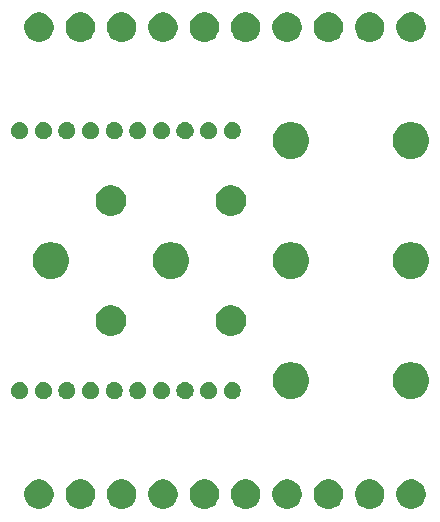
<source format=gbr>
G04 #@! TF.GenerationSoftware,KiCad,Pcbnew,5.1.5-52549c5~86~ubuntu18.04.1*
G04 #@! TF.CreationDate,2020-09-07T14:49:02-05:00*
G04 #@! TF.ProjectId,C01,4330312e-6b69-4636-9164-5f7063625858,rev?*
G04 #@! TF.SameCoordinates,Original*
G04 #@! TF.FileFunction,Soldermask,Top*
G04 #@! TF.FilePolarity,Negative*
%FSLAX46Y46*%
G04 Gerber Fmt 4.6, Leading zero omitted, Abs format (unit mm)*
G04 Created by KiCad (PCBNEW 5.1.5-52549c5~86~ubuntu18.04.1) date 2020-09-07 14:49:02*
%MOMM*%
%LPD*%
G04 APERTURE LIST*
%ADD10C,0.100000*%
G04 APERTURE END LIST*
D10*
G36*
X54670103Y-62698475D02*
G01*
X54897771Y-62792778D01*
X55102666Y-62929685D01*
X55276915Y-63103934D01*
X55413822Y-63308829D01*
X55508125Y-63536497D01*
X55556200Y-63778187D01*
X55556200Y-64024613D01*
X55508125Y-64266303D01*
X55413822Y-64493971D01*
X55276915Y-64698866D01*
X55102666Y-64873115D01*
X54897771Y-65010022D01*
X54897770Y-65010023D01*
X54897769Y-65010023D01*
X54670103Y-65104325D01*
X54428414Y-65152400D01*
X54181986Y-65152400D01*
X53940297Y-65104325D01*
X53712631Y-65010023D01*
X53712630Y-65010023D01*
X53712629Y-65010022D01*
X53507734Y-64873115D01*
X53333485Y-64698866D01*
X53196578Y-64493971D01*
X53102275Y-64266303D01*
X53054200Y-64024613D01*
X53054200Y-63778187D01*
X53102275Y-63536497D01*
X53196578Y-63308829D01*
X53333485Y-63103934D01*
X53507734Y-62929685D01*
X53712629Y-62792778D01*
X53940297Y-62698475D01*
X54181986Y-62650400D01*
X54428414Y-62650400D01*
X54670103Y-62698475D01*
G37*
G36*
X40670103Y-62698475D02*
G01*
X40897771Y-62792778D01*
X41102666Y-62929685D01*
X41276915Y-63103934D01*
X41413822Y-63308829D01*
X41508125Y-63536497D01*
X41556200Y-63778187D01*
X41556200Y-64024613D01*
X41508125Y-64266303D01*
X41413822Y-64493971D01*
X41276915Y-64698866D01*
X41102666Y-64873115D01*
X40897771Y-65010022D01*
X40897770Y-65010023D01*
X40897769Y-65010023D01*
X40670103Y-65104325D01*
X40428414Y-65152400D01*
X40181986Y-65152400D01*
X39940297Y-65104325D01*
X39712631Y-65010023D01*
X39712630Y-65010023D01*
X39712629Y-65010022D01*
X39507734Y-64873115D01*
X39333485Y-64698866D01*
X39196578Y-64493971D01*
X39102275Y-64266303D01*
X39054200Y-64024613D01*
X39054200Y-63778187D01*
X39102275Y-63536497D01*
X39196578Y-63308829D01*
X39333485Y-63103934D01*
X39507734Y-62929685D01*
X39712629Y-62792778D01*
X39940297Y-62698475D01*
X40181986Y-62650400D01*
X40428414Y-62650400D01*
X40670103Y-62698475D01*
G37*
G36*
X23170103Y-62698475D02*
G01*
X23397771Y-62792778D01*
X23602666Y-62929685D01*
X23776915Y-63103934D01*
X23913822Y-63308829D01*
X24008125Y-63536497D01*
X24056200Y-63778187D01*
X24056200Y-64024613D01*
X24008125Y-64266303D01*
X23913822Y-64493971D01*
X23776915Y-64698866D01*
X23602666Y-64873115D01*
X23397771Y-65010022D01*
X23397770Y-65010023D01*
X23397769Y-65010023D01*
X23170103Y-65104325D01*
X22928414Y-65152400D01*
X22681986Y-65152400D01*
X22440297Y-65104325D01*
X22212631Y-65010023D01*
X22212630Y-65010023D01*
X22212629Y-65010022D01*
X22007734Y-64873115D01*
X21833485Y-64698866D01*
X21696578Y-64493971D01*
X21602275Y-64266303D01*
X21554200Y-64024613D01*
X21554200Y-63778187D01*
X21602275Y-63536497D01*
X21696578Y-63308829D01*
X21833485Y-63103934D01*
X22007734Y-62929685D01*
X22212629Y-62792778D01*
X22440297Y-62698475D01*
X22681986Y-62650400D01*
X22928414Y-62650400D01*
X23170103Y-62698475D01*
G37*
G36*
X26670103Y-62698475D02*
G01*
X26897771Y-62792778D01*
X27102666Y-62929685D01*
X27276915Y-63103934D01*
X27413822Y-63308829D01*
X27508125Y-63536497D01*
X27556200Y-63778187D01*
X27556200Y-64024613D01*
X27508125Y-64266303D01*
X27413822Y-64493971D01*
X27276915Y-64698866D01*
X27102666Y-64873115D01*
X26897771Y-65010022D01*
X26897770Y-65010023D01*
X26897769Y-65010023D01*
X26670103Y-65104325D01*
X26428414Y-65152400D01*
X26181986Y-65152400D01*
X25940297Y-65104325D01*
X25712631Y-65010023D01*
X25712630Y-65010023D01*
X25712629Y-65010022D01*
X25507734Y-64873115D01*
X25333485Y-64698866D01*
X25196578Y-64493971D01*
X25102275Y-64266303D01*
X25054200Y-64024613D01*
X25054200Y-63778187D01*
X25102275Y-63536497D01*
X25196578Y-63308829D01*
X25333485Y-63103934D01*
X25507734Y-62929685D01*
X25712629Y-62792778D01*
X25940297Y-62698475D01*
X26181986Y-62650400D01*
X26428414Y-62650400D01*
X26670103Y-62698475D01*
G37*
G36*
X30170103Y-62698475D02*
G01*
X30397771Y-62792778D01*
X30602666Y-62929685D01*
X30776915Y-63103934D01*
X30913822Y-63308829D01*
X31008125Y-63536497D01*
X31056200Y-63778187D01*
X31056200Y-64024613D01*
X31008125Y-64266303D01*
X30913822Y-64493971D01*
X30776915Y-64698866D01*
X30602666Y-64873115D01*
X30397771Y-65010022D01*
X30397770Y-65010023D01*
X30397769Y-65010023D01*
X30170103Y-65104325D01*
X29928414Y-65152400D01*
X29681986Y-65152400D01*
X29440297Y-65104325D01*
X29212631Y-65010023D01*
X29212630Y-65010023D01*
X29212629Y-65010022D01*
X29007734Y-64873115D01*
X28833485Y-64698866D01*
X28696578Y-64493971D01*
X28602275Y-64266303D01*
X28554200Y-64024613D01*
X28554200Y-63778187D01*
X28602275Y-63536497D01*
X28696578Y-63308829D01*
X28833485Y-63103934D01*
X29007734Y-62929685D01*
X29212629Y-62792778D01*
X29440297Y-62698475D01*
X29681986Y-62650400D01*
X29928414Y-62650400D01*
X30170103Y-62698475D01*
G37*
G36*
X33670103Y-62698475D02*
G01*
X33897771Y-62792778D01*
X34102666Y-62929685D01*
X34276915Y-63103934D01*
X34413822Y-63308829D01*
X34508125Y-63536497D01*
X34556200Y-63778187D01*
X34556200Y-64024613D01*
X34508125Y-64266303D01*
X34413822Y-64493971D01*
X34276915Y-64698866D01*
X34102666Y-64873115D01*
X33897771Y-65010022D01*
X33897770Y-65010023D01*
X33897769Y-65010023D01*
X33670103Y-65104325D01*
X33428414Y-65152400D01*
X33181986Y-65152400D01*
X32940297Y-65104325D01*
X32712631Y-65010023D01*
X32712630Y-65010023D01*
X32712629Y-65010022D01*
X32507734Y-64873115D01*
X32333485Y-64698866D01*
X32196578Y-64493971D01*
X32102275Y-64266303D01*
X32054200Y-64024613D01*
X32054200Y-63778187D01*
X32102275Y-63536497D01*
X32196578Y-63308829D01*
X32333485Y-63103934D01*
X32507734Y-62929685D01*
X32712629Y-62792778D01*
X32940297Y-62698475D01*
X33181986Y-62650400D01*
X33428414Y-62650400D01*
X33670103Y-62698475D01*
G37*
G36*
X44170103Y-62698475D02*
G01*
X44397771Y-62792778D01*
X44602666Y-62929685D01*
X44776915Y-63103934D01*
X44913822Y-63308829D01*
X45008125Y-63536497D01*
X45056200Y-63778187D01*
X45056200Y-64024613D01*
X45008125Y-64266303D01*
X44913822Y-64493971D01*
X44776915Y-64698866D01*
X44602666Y-64873115D01*
X44397771Y-65010022D01*
X44397770Y-65010023D01*
X44397769Y-65010023D01*
X44170103Y-65104325D01*
X43928414Y-65152400D01*
X43681986Y-65152400D01*
X43440297Y-65104325D01*
X43212631Y-65010023D01*
X43212630Y-65010023D01*
X43212629Y-65010022D01*
X43007734Y-64873115D01*
X42833485Y-64698866D01*
X42696578Y-64493971D01*
X42602275Y-64266303D01*
X42554200Y-64024613D01*
X42554200Y-63778187D01*
X42602275Y-63536497D01*
X42696578Y-63308829D01*
X42833485Y-63103934D01*
X43007734Y-62929685D01*
X43212629Y-62792778D01*
X43440297Y-62698475D01*
X43681986Y-62650400D01*
X43928414Y-62650400D01*
X44170103Y-62698475D01*
G37*
G36*
X47670103Y-62698475D02*
G01*
X47897771Y-62792778D01*
X48102666Y-62929685D01*
X48276915Y-63103934D01*
X48413822Y-63308829D01*
X48508125Y-63536497D01*
X48556200Y-63778187D01*
X48556200Y-64024613D01*
X48508125Y-64266303D01*
X48413822Y-64493971D01*
X48276915Y-64698866D01*
X48102666Y-64873115D01*
X47897771Y-65010022D01*
X47897770Y-65010023D01*
X47897769Y-65010023D01*
X47670103Y-65104325D01*
X47428414Y-65152400D01*
X47181986Y-65152400D01*
X46940297Y-65104325D01*
X46712631Y-65010023D01*
X46712630Y-65010023D01*
X46712629Y-65010022D01*
X46507734Y-64873115D01*
X46333485Y-64698866D01*
X46196578Y-64493971D01*
X46102275Y-64266303D01*
X46054200Y-64024613D01*
X46054200Y-63778187D01*
X46102275Y-63536497D01*
X46196578Y-63308829D01*
X46333485Y-63103934D01*
X46507734Y-62929685D01*
X46712629Y-62792778D01*
X46940297Y-62698475D01*
X47181986Y-62650400D01*
X47428414Y-62650400D01*
X47670103Y-62698475D01*
G37*
G36*
X51170103Y-62698475D02*
G01*
X51397771Y-62792778D01*
X51602666Y-62929685D01*
X51776915Y-63103934D01*
X51913822Y-63308829D01*
X52008125Y-63536497D01*
X52056200Y-63778187D01*
X52056200Y-64024613D01*
X52008125Y-64266303D01*
X51913822Y-64493971D01*
X51776915Y-64698866D01*
X51602666Y-64873115D01*
X51397771Y-65010022D01*
X51397770Y-65010023D01*
X51397769Y-65010023D01*
X51170103Y-65104325D01*
X50928414Y-65152400D01*
X50681986Y-65152400D01*
X50440297Y-65104325D01*
X50212631Y-65010023D01*
X50212630Y-65010023D01*
X50212629Y-65010022D01*
X50007734Y-64873115D01*
X49833485Y-64698866D01*
X49696578Y-64493971D01*
X49602275Y-64266303D01*
X49554200Y-64024613D01*
X49554200Y-63778187D01*
X49602275Y-63536497D01*
X49696578Y-63308829D01*
X49833485Y-63103934D01*
X50007734Y-62929685D01*
X50212629Y-62792778D01*
X50440297Y-62698475D01*
X50681986Y-62650400D01*
X50928414Y-62650400D01*
X51170103Y-62698475D01*
G37*
G36*
X37170103Y-62698475D02*
G01*
X37397771Y-62792778D01*
X37602666Y-62929685D01*
X37776915Y-63103934D01*
X37913822Y-63308829D01*
X38008125Y-63536497D01*
X38056200Y-63778187D01*
X38056200Y-64024613D01*
X38008125Y-64266303D01*
X37913822Y-64493971D01*
X37776915Y-64698866D01*
X37602666Y-64873115D01*
X37397771Y-65010022D01*
X37397770Y-65010023D01*
X37397769Y-65010023D01*
X37170103Y-65104325D01*
X36928414Y-65152400D01*
X36681986Y-65152400D01*
X36440297Y-65104325D01*
X36212631Y-65010023D01*
X36212630Y-65010023D01*
X36212629Y-65010022D01*
X36007734Y-64873115D01*
X35833485Y-64698866D01*
X35696578Y-64493971D01*
X35602275Y-64266303D01*
X35554200Y-64024613D01*
X35554200Y-63778187D01*
X35602275Y-63536497D01*
X35696578Y-63308829D01*
X35833485Y-63103934D01*
X36007734Y-62929685D01*
X36212629Y-62792778D01*
X36440297Y-62698475D01*
X36681986Y-62650400D01*
X36928414Y-62650400D01*
X37170103Y-62698475D01*
G37*
G36*
X31378566Y-54431899D02*
G01*
X31510688Y-54486626D01*
X31510690Y-54486627D01*
X31629598Y-54566079D01*
X31730721Y-54667202D01*
X31810173Y-54786110D01*
X31810174Y-54786112D01*
X31864901Y-54918234D01*
X31892800Y-55058494D01*
X31892800Y-55201506D01*
X31864901Y-55341766D01*
X31810174Y-55473888D01*
X31810173Y-55473890D01*
X31730721Y-55592798D01*
X31629598Y-55693921D01*
X31510690Y-55773373D01*
X31510689Y-55773374D01*
X31510688Y-55773374D01*
X31378566Y-55828101D01*
X31238306Y-55856000D01*
X31095294Y-55856000D01*
X30955034Y-55828101D01*
X30822912Y-55773374D01*
X30822911Y-55773374D01*
X30822910Y-55773373D01*
X30704002Y-55693921D01*
X30602879Y-55592798D01*
X30523427Y-55473890D01*
X30523426Y-55473888D01*
X30468699Y-55341766D01*
X30440800Y-55201506D01*
X30440800Y-55058494D01*
X30468699Y-54918234D01*
X30523426Y-54786112D01*
X30523427Y-54786110D01*
X30602879Y-54667202D01*
X30704002Y-54566079D01*
X30822910Y-54486627D01*
X30822912Y-54486626D01*
X30955034Y-54431899D01*
X31095294Y-54404000D01*
X31238306Y-54404000D01*
X31378566Y-54431899D01*
G37*
G36*
X37378566Y-54431899D02*
G01*
X37510688Y-54486626D01*
X37510690Y-54486627D01*
X37629598Y-54566079D01*
X37730721Y-54667202D01*
X37810173Y-54786110D01*
X37810174Y-54786112D01*
X37864901Y-54918234D01*
X37892800Y-55058494D01*
X37892800Y-55201506D01*
X37864901Y-55341766D01*
X37810174Y-55473888D01*
X37810173Y-55473890D01*
X37730721Y-55592798D01*
X37629598Y-55693921D01*
X37510690Y-55773373D01*
X37510689Y-55773374D01*
X37510688Y-55773374D01*
X37378566Y-55828101D01*
X37238306Y-55856000D01*
X37095294Y-55856000D01*
X36955034Y-55828101D01*
X36822912Y-55773374D01*
X36822911Y-55773374D01*
X36822910Y-55773373D01*
X36704002Y-55693921D01*
X36602879Y-55592798D01*
X36523427Y-55473890D01*
X36523426Y-55473888D01*
X36468699Y-55341766D01*
X36440800Y-55201506D01*
X36440800Y-55058494D01*
X36468699Y-54918234D01*
X36523426Y-54786112D01*
X36523427Y-54786110D01*
X36602879Y-54667202D01*
X36704002Y-54566079D01*
X36822910Y-54486627D01*
X36822912Y-54486626D01*
X36955034Y-54431899D01*
X37095294Y-54404000D01*
X37238306Y-54404000D01*
X37378566Y-54431899D01*
G37*
G36*
X35378566Y-54431899D02*
G01*
X35510688Y-54486626D01*
X35510690Y-54486627D01*
X35629598Y-54566079D01*
X35730721Y-54667202D01*
X35810173Y-54786110D01*
X35810174Y-54786112D01*
X35864901Y-54918234D01*
X35892800Y-55058494D01*
X35892800Y-55201506D01*
X35864901Y-55341766D01*
X35810174Y-55473888D01*
X35810173Y-55473890D01*
X35730721Y-55592798D01*
X35629598Y-55693921D01*
X35510690Y-55773373D01*
X35510689Y-55773374D01*
X35510688Y-55773374D01*
X35378566Y-55828101D01*
X35238306Y-55856000D01*
X35095294Y-55856000D01*
X34955034Y-55828101D01*
X34822912Y-55773374D01*
X34822911Y-55773374D01*
X34822910Y-55773373D01*
X34704002Y-55693921D01*
X34602879Y-55592798D01*
X34523427Y-55473890D01*
X34523426Y-55473888D01*
X34468699Y-55341766D01*
X34440800Y-55201506D01*
X34440800Y-55058494D01*
X34468699Y-54918234D01*
X34523426Y-54786112D01*
X34523427Y-54786110D01*
X34602879Y-54667202D01*
X34704002Y-54566079D01*
X34822910Y-54486627D01*
X34822912Y-54486626D01*
X34955034Y-54431899D01*
X35095294Y-54404000D01*
X35238306Y-54404000D01*
X35378566Y-54431899D01*
G37*
G36*
X33378566Y-54431899D02*
G01*
X33510688Y-54486626D01*
X33510690Y-54486627D01*
X33629598Y-54566079D01*
X33730721Y-54667202D01*
X33810173Y-54786110D01*
X33810174Y-54786112D01*
X33864901Y-54918234D01*
X33892800Y-55058494D01*
X33892800Y-55201506D01*
X33864901Y-55341766D01*
X33810174Y-55473888D01*
X33810173Y-55473890D01*
X33730721Y-55592798D01*
X33629598Y-55693921D01*
X33510690Y-55773373D01*
X33510689Y-55773374D01*
X33510688Y-55773374D01*
X33378566Y-55828101D01*
X33238306Y-55856000D01*
X33095294Y-55856000D01*
X32955034Y-55828101D01*
X32822912Y-55773374D01*
X32822911Y-55773374D01*
X32822910Y-55773373D01*
X32704002Y-55693921D01*
X32602879Y-55592798D01*
X32523427Y-55473890D01*
X32523426Y-55473888D01*
X32468699Y-55341766D01*
X32440800Y-55201506D01*
X32440800Y-55058494D01*
X32468699Y-54918234D01*
X32523426Y-54786112D01*
X32523427Y-54786110D01*
X32602879Y-54667202D01*
X32704002Y-54566079D01*
X32822910Y-54486627D01*
X32822912Y-54486626D01*
X32955034Y-54431899D01*
X33095294Y-54404000D01*
X33238306Y-54404000D01*
X33378566Y-54431899D01*
G37*
G36*
X29378566Y-54431899D02*
G01*
X29510688Y-54486626D01*
X29510690Y-54486627D01*
X29629598Y-54566079D01*
X29730721Y-54667202D01*
X29810173Y-54786110D01*
X29810174Y-54786112D01*
X29864901Y-54918234D01*
X29892800Y-55058494D01*
X29892800Y-55201506D01*
X29864901Y-55341766D01*
X29810174Y-55473888D01*
X29810173Y-55473890D01*
X29730721Y-55592798D01*
X29629598Y-55693921D01*
X29510690Y-55773373D01*
X29510689Y-55773374D01*
X29510688Y-55773374D01*
X29378566Y-55828101D01*
X29238306Y-55856000D01*
X29095294Y-55856000D01*
X28955034Y-55828101D01*
X28822912Y-55773374D01*
X28822911Y-55773374D01*
X28822910Y-55773373D01*
X28704002Y-55693921D01*
X28602879Y-55592798D01*
X28523427Y-55473890D01*
X28523426Y-55473888D01*
X28468699Y-55341766D01*
X28440800Y-55201506D01*
X28440800Y-55058494D01*
X28468699Y-54918234D01*
X28523426Y-54786112D01*
X28523427Y-54786110D01*
X28602879Y-54667202D01*
X28704002Y-54566079D01*
X28822910Y-54486627D01*
X28822912Y-54486626D01*
X28955034Y-54431899D01*
X29095294Y-54404000D01*
X29238306Y-54404000D01*
X29378566Y-54431899D01*
G37*
G36*
X27378566Y-54431899D02*
G01*
X27510688Y-54486626D01*
X27510690Y-54486627D01*
X27629598Y-54566079D01*
X27730721Y-54667202D01*
X27810173Y-54786110D01*
X27810174Y-54786112D01*
X27864901Y-54918234D01*
X27892800Y-55058494D01*
X27892800Y-55201506D01*
X27864901Y-55341766D01*
X27810174Y-55473888D01*
X27810173Y-55473890D01*
X27730721Y-55592798D01*
X27629598Y-55693921D01*
X27510690Y-55773373D01*
X27510689Y-55773374D01*
X27510688Y-55773374D01*
X27378566Y-55828101D01*
X27238306Y-55856000D01*
X27095294Y-55856000D01*
X26955034Y-55828101D01*
X26822912Y-55773374D01*
X26822911Y-55773374D01*
X26822910Y-55773373D01*
X26704002Y-55693921D01*
X26602879Y-55592798D01*
X26523427Y-55473890D01*
X26523426Y-55473888D01*
X26468699Y-55341766D01*
X26440800Y-55201506D01*
X26440800Y-55058494D01*
X26468699Y-54918234D01*
X26523426Y-54786112D01*
X26523427Y-54786110D01*
X26602879Y-54667202D01*
X26704002Y-54566079D01*
X26822910Y-54486627D01*
X26822912Y-54486626D01*
X26955034Y-54431899D01*
X27095294Y-54404000D01*
X27238306Y-54404000D01*
X27378566Y-54431899D01*
G37*
G36*
X25378566Y-54431899D02*
G01*
X25510688Y-54486626D01*
X25510690Y-54486627D01*
X25629598Y-54566079D01*
X25730721Y-54667202D01*
X25810173Y-54786110D01*
X25810174Y-54786112D01*
X25864901Y-54918234D01*
X25892800Y-55058494D01*
X25892800Y-55201506D01*
X25864901Y-55341766D01*
X25810174Y-55473888D01*
X25810173Y-55473890D01*
X25730721Y-55592798D01*
X25629598Y-55693921D01*
X25510690Y-55773373D01*
X25510689Y-55773374D01*
X25510688Y-55773374D01*
X25378566Y-55828101D01*
X25238306Y-55856000D01*
X25095294Y-55856000D01*
X24955034Y-55828101D01*
X24822912Y-55773374D01*
X24822911Y-55773374D01*
X24822910Y-55773373D01*
X24704002Y-55693921D01*
X24602879Y-55592798D01*
X24523427Y-55473890D01*
X24523426Y-55473888D01*
X24468699Y-55341766D01*
X24440800Y-55201506D01*
X24440800Y-55058494D01*
X24468699Y-54918234D01*
X24523426Y-54786112D01*
X24523427Y-54786110D01*
X24602879Y-54667202D01*
X24704002Y-54566079D01*
X24822910Y-54486627D01*
X24822912Y-54486626D01*
X24955034Y-54431899D01*
X25095294Y-54404000D01*
X25238306Y-54404000D01*
X25378566Y-54431899D01*
G37*
G36*
X23378566Y-54431899D02*
G01*
X23510688Y-54486626D01*
X23510690Y-54486627D01*
X23629598Y-54566079D01*
X23730721Y-54667202D01*
X23810173Y-54786110D01*
X23810174Y-54786112D01*
X23864901Y-54918234D01*
X23892800Y-55058494D01*
X23892800Y-55201506D01*
X23864901Y-55341766D01*
X23810174Y-55473888D01*
X23810173Y-55473890D01*
X23730721Y-55592798D01*
X23629598Y-55693921D01*
X23510690Y-55773373D01*
X23510689Y-55773374D01*
X23510688Y-55773374D01*
X23378566Y-55828101D01*
X23238306Y-55856000D01*
X23095294Y-55856000D01*
X22955034Y-55828101D01*
X22822912Y-55773374D01*
X22822911Y-55773374D01*
X22822910Y-55773373D01*
X22704002Y-55693921D01*
X22602879Y-55592798D01*
X22523427Y-55473890D01*
X22523426Y-55473888D01*
X22468699Y-55341766D01*
X22440800Y-55201506D01*
X22440800Y-55058494D01*
X22468699Y-54918234D01*
X22523426Y-54786112D01*
X22523427Y-54786110D01*
X22602879Y-54667202D01*
X22704002Y-54566079D01*
X22822910Y-54486627D01*
X22822912Y-54486626D01*
X22955034Y-54431899D01*
X23095294Y-54404000D01*
X23238306Y-54404000D01*
X23378566Y-54431899D01*
G37*
G36*
X21378566Y-54431899D02*
G01*
X21510688Y-54486626D01*
X21510690Y-54486627D01*
X21629598Y-54566079D01*
X21730721Y-54667202D01*
X21810173Y-54786110D01*
X21810174Y-54786112D01*
X21864901Y-54918234D01*
X21892800Y-55058494D01*
X21892800Y-55201506D01*
X21864901Y-55341766D01*
X21810174Y-55473888D01*
X21810173Y-55473890D01*
X21730721Y-55592798D01*
X21629598Y-55693921D01*
X21510690Y-55773373D01*
X21510689Y-55773374D01*
X21510688Y-55773374D01*
X21378566Y-55828101D01*
X21238306Y-55856000D01*
X21095294Y-55856000D01*
X20955034Y-55828101D01*
X20822912Y-55773374D01*
X20822911Y-55773374D01*
X20822910Y-55773373D01*
X20704002Y-55693921D01*
X20602879Y-55592798D01*
X20523427Y-55473890D01*
X20523426Y-55473888D01*
X20468699Y-55341766D01*
X20440800Y-55201506D01*
X20440800Y-55058494D01*
X20468699Y-54918234D01*
X20523426Y-54786112D01*
X20523427Y-54786110D01*
X20602879Y-54667202D01*
X20704002Y-54566079D01*
X20822910Y-54486627D01*
X20822912Y-54486626D01*
X20955034Y-54431899D01*
X21095294Y-54404000D01*
X21238306Y-54404000D01*
X21378566Y-54431899D01*
G37*
G36*
X39378566Y-54431899D02*
G01*
X39510688Y-54486626D01*
X39510690Y-54486627D01*
X39629598Y-54566079D01*
X39730721Y-54667202D01*
X39810173Y-54786110D01*
X39810174Y-54786112D01*
X39864901Y-54918234D01*
X39892800Y-55058494D01*
X39892800Y-55201506D01*
X39864901Y-55341766D01*
X39810174Y-55473888D01*
X39810173Y-55473890D01*
X39730721Y-55592798D01*
X39629598Y-55693921D01*
X39510690Y-55773373D01*
X39510689Y-55773374D01*
X39510688Y-55773374D01*
X39378566Y-55828101D01*
X39238306Y-55856000D01*
X39095294Y-55856000D01*
X38955034Y-55828101D01*
X38822912Y-55773374D01*
X38822911Y-55773374D01*
X38822910Y-55773373D01*
X38704002Y-55693921D01*
X38602879Y-55592798D01*
X38523427Y-55473890D01*
X38523426Y-55473888D01*
X38468699Y-55341766D01*
X38440800Y-55201506D01*
X38440800Y-55058494D01*
X38468699Y-54918234D01*
X38523426Y-54786112D01*
X38523427Y-54786110D01*
X38602879Y-54667202D01*
X38704002Y-54566079D01*
X38822910Y-54486627D01*
X38822912Y-54486626D01*
X38955034Y-54431899D01*
X39095294Y-54404000D01*
X39238306Y-54404000D01*
X39378566Y-54431899D01*
G37*
G36*
X44432585Y-52768802D02*
G01*
X44582410Y-52798604D01*
X44864674Y-52915521D01*
X45118705Y-53085259D01*
X45334741Y-53301295D01*
X45504479Y-53555326D01*
X45621396Y-53837590D01*
X45681000Y-54137240D01*
X45681000Y-54442760D01*
X45621396Y-54742410D01*
X45504479Y-55024674D01*
X45334741Y-55278705D01*
X45118705Y-55494741D01*
X44864674Y-55664479D01*
X44582410Y-55781396D01*
X44432585Y-55811198D01*
X44282761Y-55841000D01*
X43977239Y-55841000D01*
X43827415Y-55811198D01*
X43677590Y-55781396D01*
X43395326Y-55664479D01*
X43141295Y-55494741D01*
X42925259Y-55278705D01*
X42755521Y-55024674D01*
X42638604Y-54742410D01*
X42579000Y-54442760D01*
X42579000Y-54137240D01*
X42638604Y-53837590D01*
X42755521Y-53555326D01*
X42925259Y-53301295D01*
X43141295Y-53085259D01*
X43395326Y-52915521D01*
X43677590Y-52798604D01*
X43827415Y-52768802D01*
X43977239Y-52739000D01*
X44282761Y-52739000D01*
X44432585Y-52768802D01*
G37*
G36*
X54592585Y-52768802D02*
G01*
X54742410Y-52798604D01*
X55024674Y-52915521D01*
X55278705Y-53085259D01*
X55494741Y-53301295D01*
X55664479Y-53555326D01*
X55781396Y-53837590D01*
X55841000Y-54137240D01*
X55841000Y-54442760D01*
X55781396Y-54742410D01*
X55664479Y-55024674D01*
X55494741Y-55278705D01*
X55278705Y-55494741D01*
X55024674Y-55664479D01*
X54742410Y-55781396D01*
X54592585Y-55811198D01*
X54442761Y-55841000D01*
X54137239Y-55841000D01*
X53987415Y-55811198D01*
X53837590Y-55781396D01*
X53555326Y-55664479D01*
X53301295Y-55494741D01*
X53085259Y-55278705D01*
X52915521Y-55024674D01*
X52798604Y-54742410D01*
X52739000Y-54442760D01*
X52739000Y-54137240D01*
X52798604Y-53837590D01*
X52915521Y-53555326D01*
X53085259Y-53301295D01*
X53301295Y-53085259D01*
X53555326Y-52915521D01*
X53837590Y-52798604D01*
X53987415Y-52768802D01*
X54137239Y-52739000D01*
X54442761Y-52739000D01*
X54592585Y-52768802D01*
G37*
G36*
X39429393Y-47959304D02*
G01*
X39666101Y-48057352D01*
X39666103Y-48057353D01*
X39879135Y-48199696D01*
X40060304Y-48380865D01*
X40202647Y-48593897D01*
X40202648Y-48593899D01*
X40300696Y-48830607D01*
X40350680Y-49081893D01*
X40350680Y-49338107D01*
X40300696Y-49589393D01*
X40202648Y-49826101D01*
X40202647Y-49826103D01*
X40060304Y-50039135D01*
X39879135Y-50220304D01*
X39666103Y-50362647D01*
X39666102Y-50362648D01*
X39666101Y-50362648D01*
X39429393Y-50460696D01*
X39178107Y-50510680D01*
X38921893Y-50510680D01*
X38670607Y-50460696D01*
X38433899Y-50362648D01*
X38433898Y-50362648D01*
X38433897Y-50362647D01*
X38220865Y-50220304D01*
X38039696Y-50039135D01*
X37897353Y-49826103D01*
X37897352Y-49826101D01*
X37799304Y-49589393D01*
X37749320Y-49338107D01*
X37749320Y-49081893D01*
X37799304Y-48830607D01*
X37897352Y-48593899D01*
X37897353Y-48593897D01*
X38039696Y-48380865D01*
X38220865Y-48199696D01*
X38433897Y-48057353D01*
X38433899Y-48057352D01*
X38670607Y-47959304D01*
X38921893Y-47909320D01*
X39178107Y-47909320D01*
X39429393Y-47959304D01*
G37*
G36*
X29269393Y-47959304D02*
G01*
X29506101Y-48057352D01*
X29506103Y-48057353D01*
X29719135Y-48199696D01*
X29900304Y-48380865D01*
X30042647Y-48593897D01*
X30042648Y-48593899D01*
X30140696Y-48830607D01*
X30190680Y-49081893D01*
X30190680Y-49338107D01*
X30140696Y-49589393D01*
X30042648Y-49826101D01*
X30042647Y-49826103D01*
X29900304Y-50039135D01*
X29719135Y-50220304D01*
X29506103Y-50362647D01*
X29506102Y-50362648D01*
X29506101Y-50362648D01*
X29269393Y-50460696D01*
X29018107Y-50510680D01*
X28761893Y-50510680D01*
X28510607Y-50460696D01*
X28273899Y-50362648D01*
X28273898Y-50362648D01*
X28273897Y-50362647D01*
X28060865Y-50220304D01*
X27879696Y-50039135D01*
X27737353Y-49826103D01*
X27737352Y-49826101D01*
X27639304Y-49589393D01*
X27589320Y-49338107D01*
X27589320Y-49081893D01*
X27639304Y-48830607D01*
X27737352Y-48593899D01*
X27737353Y-48593897D01*
X27879696Y-48380865D01*
X28060865Y-48199696D01*
X28273897Y-48057353D01*
X28273899Y-48057352D01*
X28510607Y-47959304D01*
X28761893Y-47909320D01*
X29018107Y-47909320D01*
X29269393Y-47959304D01*
G37*
G36*
X34272585Y-42608802D02*
G01*
X34422410Y-42638604D01*
X34704674Y-42755521D01*
X34958705Y-42925259D01*
X35174741Y-43141295D01*
X35344479Y-43395326D01*
X35461396Y-43677590D01*
X35521000Y-43977240D01*
X35521000Y-44282760D01*
X35461396Y-44582410D01*
X35344479Y-44864674D01*
X35174741Y-45118705D01*
X34958705Y-45334741D01*
X34704674Y-45504479D01*
X34422410Y-45621396D01*
X34272585Y-45651198D01*
X34122761Y-45681000D01*
X33817239Y-45681000D01*
X33667415Y-45651198D01*
X33517590Y-45621396D01*
X33235326Y-45504479D01*
X32981295Y-45334741D01*
X32765259Y-45118705D01*
X32595521Y-44864674D01*
X32478604Y-44582410D01*
X32419000Y-44282760D01*
X32419000Y-43977240D01*
X32478604Y-43677590D01*
X32595521Y-43395326D01*
X32765259Y-43141295D01*
X32981295Y-42925259D01*
X33235326Y-42755521D01*
X33517590Y-42638604D01*
X33667415Y-42608802D01*
X33817239Y-42579000D01*
X34122761Y-42579000D01*
X34272585Y-42608802D01*
G37*
G36*
X44432585Y-42608802D02*
G01*
X44582410Y-42638604D01*
X44864674Y-42755521D01*
X45118705Y-42925259D01*
X45334741Y-43141295D01*
X45504479Y-43395326D01*
X45621396Y-43677590D01*
X45681000Y-43977240D01*
X45681000Y-44282760D01*
X45621396Y-44582410D01*
X45504479Y-44864674D01*
X45334741Y-45118705D01*
X45118705Y-45334741D01*
X44864674Y-45504479D01*
X44582410Y-45621396D01*
X44432585Y-45651198D01*
X44282761Y-45681000D01*
X43977239Y-45681000D01*
X43827415Y-45651198D01*
X43677590Y-45621396D01*
X43395326Y-45504479D01*
X43141295Y-45334741D01*
X42925259Y-45118705D01*
X42755521Y-44864674D01*
X42638604Y-44582410D01*
X42579000Y-44282760D01*
X42579000Y-43977240D01*
X42638604Y-43677590D01*
X42755521Y-43395326D01*
X42925259Y-43141295D01*
X43141295Y-42925259D01*
X43395326Y-42755521D01*
X43677590Y-42638604D01*
X43827415Y-42608802D01*
X43977239Y-42579000D01*
X44282761Y-42579000D01*
X44432585Y-42608802D01*
G37*
G36*
X24112585Y-42608802D02*
G01*
X24262410Y-42638604D01*
X24544674Y-42755521D01*
X24798705Y-42925259D01*
X25014741Y-43141295D01*
X25184479Y-43395326D01*
X25301396Y-43677590D01*
X25361000Y-43977240D01*
X25361000Y-44282760D01*
X25301396Y-44582410D01*
X25184479Y-44864674D01*
X25014741Y-45118705D01*
X24798705Y-45334741D01*
X24544674Y-45504479D01*
X24262410Y-45621396D01*
X24112585Y-45651198D01*
X23962761Y-45681000D01*
X23657239Y-45681000D01*
X23507415Y-45651198D01*
X23357590Y-45621396D01*
X23075326Y-45504479D01*
X22821295Y-45334741D01*
X22605259Y-45118705D01*
X22435521Y-44864674D01*
X22318604Y-44582410D01*
X22259000Y-44282760D01*
X22259000Y-43977240D01*
X22318604Y-43677590D01*
X22435521Y-43395326D01*
X22605259Y-43141295D01*
X22821295Y-42925259D01*
X23075326Y-42755521D01*
X23357590Y-42638604D01*
X23507415Y-42608802D01*
X23657239Y-42579000D01*
X23962761Y-42579000D01*
X24112585Y-42608802D01*
G37*
G36*
X54592585Y-42608802D02*
G01*
X54742410Y-42638604D01*
X55024674Y-42755521D01*
X55278705Y-42925259D01*
X55494741Y-43141295D01*
X55664479Y-43395326D01*
X55781396Y-43677590D01*
X55841000Y-43977240D01*
X55841000Y-44282760D01*
X55781396Y-44582410D01*
X55664479Y-44864674D01*
X55494741Y-45118705D01*
X55278705Y-45334741D01*
X55024674Y-45504479D01*
X54742410Y-45621396D01*
X54592585Y-45651198D01*
X54442761Y-45681000D01*
X54137239Y-45681000D01*
X53987415Y-45651198D01*
X53837590Y-45621396D01*
X53555326Y-45504479D01*
X53301295Y-45334741D01*
X53085259Y-45118705D01*
X52915521Y-44864674D01*
X52798604Y-44582410D01*
X52739000Y-44282760D01*
X52739000Y-43977240D01*
X52798604Y-43677590D01*
X52915521Y-43395326D01*
X53085259Y-43141295D01*
X53301295Y-42925259D01*
X53555326Y-42755521D01*
X53837590Y-42638604D01*
X53987415Y-42608802D01*
X54137239Y-42579000D01*
X54442761Y-42579000D01*
X54592585Y-42608802D01*
G37*
G36*
X39429393Y-37799304D02*
G01*
X39666101Y-37897352D01*
X39666103Y-37897353D01*
X39879135Y-38039696D01*
X40060304Y-38220865D01*
X40202647Y-38433897D01*
X40202648Y-38433899D01*
X40300696Y-38670607D01*
X40350680Y-38921893D01*
X40350680Y-39178107D01*
X40300696Y-39429393D01*
X40202648Y-39666101D01*
X40202647Y-39666103D01*
X40060304Y-39879135D01*
X39879135Y-40060304D01*
X39666103Y-40202647D01*
X39666102Y-40202648D01*
X39666101Y-40202648D01*
X39429393Y-40300696D01*
X39178107Y-40350680D01*
X38921893Y-40350680D01*
X38670607Y-40300696D01*
X38433899Y-40202648D01*
X38433898Y-40202648D01*
X38433897Y-40202647D01*
X38220865Y-40060304D01*
X38039696Y-39879135D01*
X37897353Y-39666103D01*
X37897352Y-39666101D01*
X37799304Y-39429393D01*
X37749320Y-39178107D01*
X37749320Y-38921893D01*
X37799304Y-38670607D01*
X37897352Y-38433899D01*
X37897353Y-38433897D01*
X38039696Y-38220865D01*
X38220865Y-38039696D01*
X38433897Y-37897353D01*
X38433899Y-37897352D01*
X38670607Y-37799304D01*
X38921893Y-37749320D01*
X39178107Y-37749320D01*
X39429393Y-37799304D01*
G37*
G36*
X29269393Y-37799304D02*
G01*
X29506101Y-37897352D01*
X29506103Y-37897353D01*
X29719135Y-38039696D01*
X29900304Y-38220865D01*
X30042647Y-38433897D01*
X30042648Y-38433899D01*
X30140696Y-38670607D01*
X30190680Y-38921893D01*
X30190680Y-39178107D01*
X30140696Y-39429393D01*
X30042648Y-39666101D01*
X30042647Y-39666103D01*
X29900304Y-39879135D01*
X29719135Y-40060304D01*
X29506103Y-40202647D01*
X29506102Y-40202648D01*
X29506101Y-40202648D01*
X29269393Y-40300696D01*
X29018107Y-40350680D01*
X28761893Y-40350680D01*
X28510607Y-40300696D01*
X28273899Y-40202648D01*
X28273898Y-40202648D01*
X28273897Y-40202647D01*
X28060865Y-40060304D01*
X27879696Y-39879135D01*
X27737353Y-39666103D01*
X27737352Y-39666101D01*
X27639304Y-39429393D01*
X27589320Y-39178107D01*
X27589320Y-38921893D01*
X27639304Y-38670607D01*
X27737352Y-38433899D01*
X27737353Y-38433897D01*
X27879696Y-38220865D01*
X28060865Y-38039696D01*
X28273897Y-37897353D01*
X28273899Y-37897352D01*
X28510607Y-37799304D01*
X28761893Y-37749320D01*
X29018107Y-37749320D01*
X29269393Y-37799304D01*
G37*
G36*
X44347608Y-32431899D02*
G01*
X44582410Y-32478604D01*
X44864674Y-32595521D01*
X45118705Y-32765259D01*
X45334741Y-32981295D01*
X45504479Y-33235326D01*
X45621396Y-33517590D01*
X45681000Y-33817240D01*
X45681000Y-34122760D01*
X45621396Y-34422410D01*
X45504479Y-34704674D01*
X45334741Y-34958705D01*
X45118705Y-35174741D01*
X44864674Y-35344479D01*
X44582410Y-35461396D01*
X44432585Y-35491198D01*
X44282761Y-35521000D01*
X43977239Y-35521000D01*
X43827415Y-35491198D01*
X43677590Y-35461396D01*
X43395326Y-35344479D01*
X43141295Y-35174741D01*
X42925259Y-34958705D01*
X42755521Y-34704674D01*
X42638604Y-34422410D01*
X42579000Y-34122760D01*
X42579000Y-33817240D01*
X42638604Y-33517590D01*
X42755521Y-33235326D01*
X42925259Y-32981295D01*
X43141295Y-32765259D01*
X43395326Y-32595521D01*
X43677590Y-32478604D01*
X43912392Y-32431899D01*
X43977239Y-32419000D01*
X44282761Y-32419000D01*
X44347608Y-32431899D01*
G37*
G36*
X54507608Y-32431899D02*
G01*
X54742410Y-32478604D01*
X55024674Y-32595521D01*
X55278705Y-32765259D01*
X55494741Y-32981295D01*
X55664479Y-33235326D01*
X55781396Y-33517590D01*
X55841000Y-33817240D01*
X55841000Y-34122760D01*
X55781396Y-34422410D01*
X55664479Y-34704674D01*
X55494741Y-34958705D01*
X55278705Y-35174741D01*
X55024674Y-35344479D01*
X54742410Y-35461396D01*
X54592585Y-35491198D01*
X54442761Y-35521000D01*
X54137239Y-35521000D01*
X53987415Y-35491198D01*
X53837590Y-35461396D01*
X53555326Y-35344479D01*
X53301295Y-35174741D01*
X53085259Y-34958705D01*
X52915521Y-34704674D01*
X52798604Y-34422410D01*
X52739000Y-34122760D01*
X52739000Y-33817240D01*
X52798604Y-33517590D01*
X52915521Y-33235326D01*
X53085259Y-32981295D01*
X53301295Y-32765259D01*
X53555326Y-32595521D01*
X53837590Y-32478604D01*
X54072392Y-32431899D01*
X54137239Y-32419000D01*
X54442761Y-32419000D01*
X54507608Y-32431899D01*
G37*
G36*
X27378566Y-32431899D02*
G01*
X27491321Y-32478604D01*
X27510690Y-32486627D01*
X27629598Y-32566079D01*
X27730721Y-32667202D01*
X27796241Y-32765260D01*
X27810174Y-32786112D01*
X27864901Y-32918234D01*
X27892800Y-33058494D01*
X27892800Y-33201506D01*
X27864901Y-33341766D01*
X27810174Y-33473888D01*
X27810173Y-33473890D01*
X27730721Y-33592798D01*
X27629598Y-33693921D01*
X27510690Y-33773373D01*
X27510689Y-33773374D01*
X27510688Y-33773374D01*
X27378566Y-33828101D01*
X27238306Y-33856000D01*
X27095294Y-33856000D01*
X26955034Y-33828101D01*
X26822912Y-33773374D01*
X26822911Y-33773374D01*
X26822910Y-33773373D01*
X26704002Y-33693921D01*
X26602879Y-33592798D01*
X26523427Y-33473890D01*
X26523426Y-33473888D01*
X26468699Y-33341766D01*
X26440800Y-33201506D01*
X26440800Y-33058494D01*
X26468699Y-32918234D01*
X26523426Y-32786112D01*
X26537359Y-32765260D01*
X26602879Y-32667202D01*
X26704002Y-32566079D01*
X26822910Y-32486627D01*
X26842279Y-32478604D01*
X26955034Y-32431899D01*
X27095294Y-32404000D01*
X27238306Y-32404000D01*
X27378566Y-32431899D01*
G37*
G36*
X21378566Y-32431899D02*
G01*
X21491321Y-32478604D01*
X21510690Y-32486627D01*
X21629598Y-32566079D01*
X21730721Y-32667202D01*
X21796241Y-32765260D01*
X21810174Y-32786112D01*
X21864901Y-32918234D01*
X21892800Y-33058494D01*
X21892800Y-33201506D01*
X21864901Y-33341766D01*
X21810174Y-33473888D01*
X21810173Y-33473890D01*
X21730721Y-33592798D01*
X21629598Y-33693921D01*
X21510690Y-33773373D01*
X21510689Y-33773374D01*
X21510688Y-33773374D01*
X21378566Y-33828101D01*
X21238306Y-33856000D01*
X21095294Y-33856000D01*
X20955034Y-33828101D01*
X20822912Y-33773374D01*
X20822911Y-33773374D01*
X20822910Y-33773373D01*
X20704002Y-33693921D01*
X20602879Y-33592798D01*
X20523427Y-33473890D01*
X20523426Y-33473888D01*
X20468699Y-33341766D01*
X20440800Y-33201506D01*
X20440800Y-33058494D01*
X20468699Y-32918234D01*
X20523426Y-32786112D01*
X20537359Y-32765260D01*
X20602879Y-32667202D01*
X20704002Y-32566079D01*
X20822910Y-32486627D01*
X20842279Y-32478604D01*
X20955034Y-32431899D01*
X21095294Y-32404000D01*
X21238306Y-32404000D01*
X21378566Y-32431899D01*
G37*
G36*
X23378566Y-32431899D02*
G01*
X23491321Y-32478604D01*
X23510690Y-32486627D01*
X23629598Y-32566079D01*
X23730721Y-32667202D01*
X23796241Y-32765260D01*
X23810174Y-32786112D01*
X23864901Y-32918234D01*
X23892800Y-33058494D01*
X23892800Y-33201506D01*
X23864901Y-33341766D01*
X23810174Y-33473888D01*
X23810173Y-33473890D01*
X23730721Y-33592798D01*
X23629598Y-33693921D01*
X23510690Y-33773373D01*
X23510689Y-33773374D01*
X23510688Y-33773374D01*
X23378566Y-33828101D01*
X23238306Y-33856000D01*
X23095294Y-33856000D01*
X22955034Y-33828101D01*
X22822912Y-33773374D01*
X22822911Y-33773374D01*
X22822910Y-33773373D01*
X22704002Y-33693921D01*
X22602879Y-33592798D01*
X22523427Y-33473890D01*
X22523426Y-33473888D01*
X22468699Y-33341766D01*
X22440800Y-33201506D01*
X22440800Y-33058494D01*
X22468699Y-32918234D01*
X22523426Y-32786112D01*
X22537359Y-32765260D01*
X22602879Y-32667202D01*
X22704002Y-32566079D01*
X22822910Y-32486627D01*
X22842279Y-32478604D01*
X22955034Y-32431899D01*
X23095294Y-32404000D01*
X23238306Y-32404000D01*
X23378566Y-32431899D01*
G37*
G36*
X29378566Y-32431899D02*
G01*
X29491321Y-32478604D01*
X29510690Y-32486627D01*
X29629598Y-32566079D01*
X29730721Y-32667202D01*
X29796241Y-32765260D01*
X29810174Y-32786112D01*
X29864901Y-32918234D01*
X29892800Y-33058494D01*
X29892800Y-33201506D01*
X29864901Y-33341766D01*
X29810174Y-33473888D01*
X29810173Y-33473890D01*
X29730721Y-33592798D01*
X29629598Y-33693921D01*
X29510690Y-33773373D01*
X29510689Y-33773374D01*
X29510688Y-33773374D01*
X29378566Y-33828101D01*
X29238306Y-33856000D01*
X29095294Y-33856000D01*
X28955034Y-33828101D01*
X28822912Y-33773374D01*
X28822911Y-33773374D01*
X28822910Y-33773373D01*
X28704002Y-33693921D01*
X28602879Y-33592798D01*
X28523427Y-33473890D01*
X28523426Y-33473888D01*
X28468699Y-33341766D01*
X28440800Y-33201506D01*
X28440800Y-33058494D01*
X28468699Y-32918234D01*
X28523426Y-32786112D01*
X28537359Y-32765260D01*
X28602879Y-32667202D01*
X28704002Y-32566079D01*
X28822910Y-32486627D01*
X28842279Y-32478604D01*
X28955034Y-32431899D01*
X29095294Y-32404000D01*
X29238306Y-32404000D01*
X29378566Y-32431899D01*
G37*
G36*
X31378566Y-32431899D02*
G01*
X31491321Y-32478604D01*
X31510690Y-32486627D01*
X31629598Y-32566079D01*
X31730721Y-32667202D01*
X31796241Y-32765260D01*
X31810174Y-32786112D01*
X31864901Y-32918234D01*
X31892800Y-33058494D01*
X31892800Y-33201506D01*
X31864901Y-33341766D01*
X31810174Y-33473888D01*
X31810173Y-33473890D01*
X31730721Y-33592798D01*
X31629598Y-33693921D01*
X31510690Y-33773373D01*
X31510689Y-33773374D01*
X31510688Y-33773374D01*
X31378566Y-33828101D01*
X31238306Y-33856000D01*
X31095294Y-33856000D01*
X30955034Y-33828101D01*
X30822912Y-33773374D01*
X30822911Y-33773374D01*
X30822910Y-33773373D01*
X30704002Y-33693921D01*
X30602879Y-33592798D01*
X30523427Y-33473890D01*
X30523426Y-33473888D01*
X30468699Y-33341766D01*
X30440800Y-33201506D01*
X30440800Y-33058494D01*
X30468699Y-32918234D01*
X30523426Y-32786112D01*
X30537359Y-32765260D01*
X30602879Y-32667202D01*
X30704002Y-32566079D01*
X30822910Y-32486627D01*
X30842279Y-32478604D01*
X30955034Y-32431899D01*
X31095294Y-32404000D01*
X31238306Y-32404000D01*
X31378566Y-32431899D01*
G37*
G36*
X33378566Y-32431899D02*
G01*
X33491321Y-32478604D01*
X33510690Y-32486627D01*
X33629598Y-32566079D01*
X33730721Y-32667202D01*
X33796241Y-32765260D01*
X33810174Y-32786112D01*
X33864901Y-32918234D01*
X33892800Y-33058494D01*
X33892800Y-33201506D01*
X33864901Y-33341766D01*
X33810174Y-33473888D01*
X33810173Y-33473890D01*
X33730721Y-33592798D01*
X33629598Y-33693921D01*
X33510690Y-33773373D01*
X33510689Y-33773374D01*
X33510688Y-33773374D01*
X33378566Y-33828101D01*
X33238306Y-33856000D01*
X33095294Y-33856000D01*
X32955034Y-33828101D01*
X32822912Y-33773374D01*
X32822911Y-33773374D01*
X32822910Y-33773373D01*
X32704002Y-33693921D01*
X32602879Y-33592798D01*
X32523427Y-33473890D01*
X32523426Y-33473888D01*
X32468699Y-33341766D01*
X32440800Y-33201506D01*
X32440800Y-33058494D01*
X32468699Y-32918234D01*
X32523426Y-32786112D01*
X32537359Y-32765260D01*
X32602879Y-32667202D01*
X32704002Y-32566079D01*
X32822910Y-32486627D01*
X32842279Y-32478604D01*
X32955034Y-32431899D01*
X33095294Y-32404000D01*
X33238306Y-32404000D01*
X33378566Y-32431899D01*
G37*
G36*
X35378566Y-32431899D02*
G01*
X35491321Y-32478604D01*
X35510690Y-32486627D01*
X35629598Y-32566079D01*
X35730721Y-32667202D01*
X35796241Y-32765260D01*
X35810174Y-32786112D01*
X35864901Y-32918234D01*
X35892800Y-33058494D01*
X35892800Y-33201506D01*
X35864901Y-33341766D01*
X35810174Y-33473888D01*
X35810173Y-33473890D01*
X35730721Y-33592798D01*
X35629598Y-33693921D01*
X35510690Y-33773373D01*
X35510689Y-33773374D01*
X35510688Y-33773374D01*
X35378566Y-33828101D01*
X35238306Y-33856000D01*
X35095294Y-33856000D01*
X34955034Y-33828101D01*
X34822912Y-33773374D01*
X34822911Y-33773374D01*
X34822910Y-33773373D01*
X34704002Y-33693921D01*
X34602879Y-33592798D01*
X34523427Y-33473890D01*
X34523426Y-33473888D01*
X34468699Y-33341766D01*
X34440800Y-33201506D01*
X34440800Y-33058494D01*
X34468699Y-32918234D01*
X34523426Y-32786112D01*
X34537359Y-32765260D01*
X34602879Y-32667202D01*
X34704002Y-32566079D01*
X34822910Y-32486627D01*
X34842279Y-32478604D01*
X34955034Y-32431899D01*
X35095294Y-32404000D01*
X35238306Y-32404000D01*
X35378566Y-32431899D01*
G37*
G36*
X37378566Y-32431899D02*
G01*
X37491321Y-32478604D01*
X37510690Y-32486627D01*
X37629598Y-32566079D01*
X37730721Y-32667202D01*
X37796241Y-32765260D01*
X37810174Y-32786112D01*
X37864901Y-32918234D01*
X37892800Y-33058494D01*
X37892800Y-33201506D01*
X37864901Y-33341766D01*
X37810174Y-33473888D01*
X37810173Y-33473890D01*
X37730721Y-33592798D01*
X37629598Y-33693921D01*
X37510690Y-33773373D01*
X37510689Y-33773374D01*
X37510688Y-33773374D01*
X37378566Y-33828101D01*
X37238306Y-33856000D01*
X37095294Y-33856000D01*
X36955034Y-33828101D01*
X36822912Y-33773374D01*
X36822911Y-33773374D01*
X36822910Y-33773373D01*
X36704002Y-33693921D01*
X36602879Y-33592798D01*
X36523427Y-33473890D01*
X36523426Y-33473888D01*
X36468699Y-33341766D01*
X36440800Y-33201506D01*
X36440800Y-33058494D01*
X36468699Y-32918234D01*
X36523426Y-32786112D01*
X36537359Y-32765260D01*
X36602879Y-32667202D01*
X36704002Y-32566079D01*
X36822910Y-32486627D01*
X36842279Y-32478604D01*
X36955034Y-32431899D01*
X37095294Y-32404000D01*
X37238306Y-32404000D01*
X37378566Y-32431899D01*
G37*
G36*
X39378566Y-32431899D02*
G01*
X39491321Y-32478604D01*
X39510690Y-32486627D01*
X39629598Y-32566079D01*
X39730721Y-32667202D01*
X39796241Y-32765260D01*
X39810174Y-32786112D01*
X39864901Y-32918234D01*
X39892800Y-33058494D01*
X39892800Y-33201506D01*
X39864901Y-33341766D01*
X39810174Y-33473888D01*
X39810173Y-33473890D01*
X39730721Y-33592798D01*
X39629598Y-33693921D01*
X39510690Y-33773373D01*
X39510689Y-33773374D01*
X39510688Y-33773374D01*
X39378566Y-33828101D01*
X39238306Y-33856000D01*
X39095294Y-33856000D01*
X38955034Y-33828101D01*
X38822912Y-33773374D01*
X38822911Y-33773374D01*
X38822910Y-33773373D01*
X38704002Y-33693921D01*
X38602879Y-33592798D01*
X38523427Y-33473890D01*
X38523426Y-33473888D01*
X38468699Y-33341766D01*
X38440800Y-33201506D01*
X38440800Y-33058494D01*
X38468699Y-32918234D01*
X38523426Y-32786112D01*
X38537359Y-32765260D01*
X38602879Y-32667202D01*
X38704002Y-32566079D01*
X38822910Y-32486627D01*
X38842279Y-32478604D01*
X38955034Y-32431899D01*
X39095294Y-32404000D01*
X39238306Y-32404000D01*
X39378566Y-32431899D01*
G37*
G36*
X25378566Y-32431899D02*
G01*
X25491321Y-32478604D01*
X25510690Y-32486627D01*
X25629598Y-32566079D01*
X25730721Y-32667202D01*
X25796241Y-32765260D01*
X25810174Y-32786112D01*
X25864901Y-32918234D01*
X25892800Y-33058494D01*
X25892800Y-33201506D01*
X25864901Y-33341766D01*
X25810174Y-33473888D01*
X25810173Y-33473890D01*
X25730721Y-33592798D01*
X25629598Y-33693921D01*
X25510690Y-33773373D01*
X25510689Y-33773374D01*
X25510688Y-33773374D01*
X25378566Y-33828101D01*
X25238306Y-33856000D01*
X25095294Y-33856000D01*
X24955034Y-33828101D01*
X24822912Y-33773374D01*
X24822911Y-33773374D01*
X24822910Y-33773373D01*
X24704002Y-33693921D01*
X24602879Y-33592798D01*
X24523427Y-33473890D01*
X24523426Y-33473888D01*
X24468699Y-33341766D01*
X24440800Y-33201506D01*
X24440800Y-33058494D01*
X24468699Y-32918234D01*
X24523426Y-32786112D01*
X24537359Y-32765260D01*
X24602879Y-32667202D01*
X24704002Y-32566079D01*
X24822910Y-32486627D01*
X24842279Y-32478604D01*
X24955034Y-32431899D01*
X25095294Y-32404000D01*
X25238306Y-32404000D01*
X25378566Y-32431899D01*
G37*
G36*
X47670103Y-23155675D02*
G01*
X47897771Y-23249978D01*
X48102666Y-23386885D01*
X48276915Y-23561134D01*
X48413822Y-23766029D01*
X48508125Y-23993697D01*
X48556200Y-24235387D01*
X48556200Y-24481813D01*
X48508125Y-24723503D01*
X48413822Y-24951171D01*
X48276915Y-25156066D01*
X48102666Y-25330315D01*
X47897771Y-25467222D01*
X47897770Y-25467223D01*
X47897769Y-25467223D01*
X47670103Y-25561525D01*
X47428414Y-25609600D01*
X47181986Y-25609600D01*
X46940297Y-25561525D01*
X46712631Y-25467223D01*
X46712630Y-25467223D01*
X46712629Y-25467222D01*
X46507734Y-25330315D01*
X46333485Y-25156066D01*
X46196578Y-24951171D01*
X46102275Y-24723503D01*
X46054200Y-24481813D01*
X46054200Y-24235387D01*
X46102275Y-23993697D01*
X46196578Y-23766029D01*
X46333485Y-23561134D01*
X46507734Y-23386885D01*
X46712629Y-23249978D01*
X46940297Y-23155675D01*
X47181986Y-23107600D01*
X47428414Y-23107600D01*
X47670103Y-23155675D01*
G37*
G36*
X23170103Y-23155675D02*
G01*
X23397771Y-23249978D01*
X23602666Y-23386885D01*
X23776915Y-23561134D01*
X23913822Y-23766029D01*
X24008125Y-23993697D01*
X24056200Y-24235387D01*
X24056200Y-24481813D01*
X24008125Y-24723503D01*
X23913822Y-24951171D01*
X23776915Y-25156066D01*
X23602666Y-25330315D01*
X23397771Y-25467222D01*
X23397770Y-25467223D01*
X23397769Y-25467223D01*
X23170103Y-25561525D01*
X22928414Y-25609600D01*
X22681986Y-25609600D01*
X22440297Y-25561525D01*
X22212631Y-25467223D01*
X22212630Y-25467223D01*
X22212629Y-25467222D01*
X22007734Y-25330315D01*
X21833485Y-25156066D01*
X21696578Y-24951171D01*
X21602275Y-24723503D01*
X21554200Y-24481813D01*
X21554200Y-24235387D01*
X21602275Y-23993697D01*
X21696578Y-23766029D01*
X21833485Y-23561134D01*
X22007734Y-23386885D01*
X22212629Y-23249978D01*
X22440297Y-23155675D01*
X22681986Y-23107600D01*
X22928414Y-23107600D01*
X23170103Y-23155675D01*
G37*
G36*
X26670103Y-23155675D02*
G01*
X26897771Y-23249978D01*
X27102666Y-23386885D01*
X27276915Y-23561134D01*
X27413822Y-23766029D01*
X27508125Y-23993697D01*
X27556200Y-24235387D01*
X27556200Y-24481813D01*
X27508125Y-24723503D01*
X27413822Y-24951171D01*
X27276915Y-25156066D01*
X27102666Y-25330315D01*
X26897771Y-25467222D01*
X26897770Y-25467223D01*
X26897769Y-25467223D01*
X26670103Y-25561525D01*
X26428414Y-25609600D01*
X26181986Y-25609600D01*
X25940297Y-25561525D01*
X25712631Y-25467223D01*
X25712630Y-25467223D01*
X25712629Y-25467222D01*
X25507734Y-25330315D01*
X25333485Y-25156066D01*
X25196578Y-24951171D01*
X25102275Y-24723503D01*
X25054200Y-24481813D01*
X25054200Y-24235387D01*
X25102275Y-23993697D01*
X25196578Y-23766029D01*
X25333485Y-23561134D01*
X25507734Y-23386885D01*
X25712629Y-23249978D01*
X25940297Y-23155675D01*
X26181986Y-23107600D01*
X26428414Y-23107600D01*
X26670103Y-23155675D01*
G37*
G36*
X54670103Y-23155675D02*
G01*
X54897771Y-23249978D01*
X55102666Y-23386885D01*
X55276915Y-23561134D01*
X55413822Y-23766029D01*
X55508125Y-23993697D01*
X55556200Y-24235387D01*
X55556200Y-24481813D01*
X55508125Y-24723503D01*
X55413822Y-24951171D01*
X55276915Y-25156066D01*
X55102666Y-25330315D01*
X54897771Y-25467222D01*
X54897770Y-25467223D01*
X54897769Y-25467223D01*
X54670103Y-25561525D01*
X54428414Y-25609600D01*
X54181986Y-25609600D01*
X53940297Y-25561525D01*
X53712631Y-25467223D01*
X53712630Y-25467223D01*
X53712629Y-25467222D01*
X53507734Y-25330315D01*
X53333485Y-25156066D01*
X53196578Y-24951171D01*
X53102275Y-24723503D01*
X53054200Y-24481813D01*
X53054200Y-24235387D01*
X53102275Y-23993697D01*
X53196578Y-23766029D01*
X53333485Y-23561134D01*
X53507734Y-23386885D01*
X53712629Y-23249978D01*
X53940297Y-23155675D01*
X54181986Y-23107600D01*
X54428414Y-23107600D01*
X54670103Y-23155675D01*
G37*
G36*
X51170103Y-23155675D02*
G01*
X51397771Y-23249978D01*
X51602666Y-23386885D01*
X51776915Y-23561134D01*
X51913822Y-23766029D01*
X52008125Y-23993697D01*
X52056200Y-24235387D01*
X52056200Y-24481813D01*
X52008125Y-24723503D01*
X51913822Y-24951171D01*
X51776915Y-25156066D01*
X51602666Y-25330315D01*
X51397771Y-25467222D01*
X51397770Y-25467223D01*
X51397769Y-25467223D01*
X51170103Y-25561525D01*
X50928414Y-25609600D01*
X50681986Y-25609600D01*
X50440297Y-25561525D01*
X50212631Y-25467223D01*
X50212630Y-25467223D01*
X50212629Y-25467222D01*
X50007734Y-25330315D01*
X49833485Y-25156066D01*
X49696578Y-24951171D01*
X49602275Y-24723503D01*
X49554200Y-24481813D01*
X49554200Y-24235387D01*
X49602275Y-23993697D01*
X49696578Y-23766029D01*
X49833485Y-23561134D01*
X50007734Y-23386885D01*
X50212629Y-23249978D01*
X50440297Y-23155675D01*
X50681986Y-23107600D01*
X50928414Y-23107600D01*
X51170103Y-23155675D01*
G37*
G36*
X30170103Y-23155675D02*
G01*
X30397771Y-23249978D01*
X30602666Y-23386885D01*
X30776915Y-23561134D01*
X30913822Y-23766029D01*
X31008125Y-23993697D01*
X31056200Y-24235387D01*
X31056200Y-24481813D01*
X31008125Y-24723503D01*
X30913822Y-24951171D01*
X30776915Y-25156066D01*
X30602666Y-25330315D01*
X30397771Y-25467222D01*
X30397770Y-25467223D01*
X30397769Y-25467223D01*
X30170103Y-25561525D01*
X29928414Y-25609600D01*
X29681986Y-25609600D01*
X29440297Y-25561525D01*
X29212631Y-25467223D01*
X29212630Y-25467223D01*
X29212629Y-25467222D01*
X29007734Y-25330315D01*
X28833485Y-25156066D01*
X28696578Y-24951171D01*
X28602275Y-24723503D01*
X28554200Y-24481813D01*
X28554200Y-24235387D01*
X28602275Y-23993697D01*
X28696578Y-23766029D01*
X28833485Y-23561134D01*
X29007734Y-23386885D01*
X29212629Y-23249978D01*
X29440297Y-23155675D01*
X29681986Y-23107600D01*
X29928414Y-23107600D01*
X30170103Y-23155675D01*
G37*
G36*
X44170103Y-23155675D02*
G01*
X44397771Y-23249978D01*
X44602666Y-23386885D01*
X44776915Y-23561134D01*
X44913822Y-23766029D01*
X45008125Y-23993697D01*
X45056200Y-24235387D01*
X45056200Y-24481813D01*
X45008125Y-24723503D01*
X44913822Y-24951171D01*
X44776915Y-25156066D01*
X44602666Y-25330315D01*
X44397771Y-25467222D01*
X44397770Y-25467223D01*
X44397769Y-25467223D01*
X44170103Y-25561525D01*
X43928414Y-25609600D01*
X43681986Y-25609600D01*
X43440297Y-25561525D01*
X43212631Y-25467223D01*
X43212630Y-25467223D01*
X43212629Y-25467222D01*
X43007734Y-25330315D01*
X42833485Y-25156066D01*
X42696578Y-24951171D01*
X42602275Y-24723503D01*
X42554200Y-24481813D01*
X42554200Y-24235387D01*
X42602275Y-23993697D01*
X42696578Y-23766029D01*
X42833485Y-23561134D01*
X43007734Y-23386885D01*
X43212629Y-23249978D01*
X43440297Y-23155675D01*
X43681986Y-23107600D01*
X43928414Y-23107600D01*
X44170103Y-23155675D01*
G37*
G36*
X40670103Y-23155675D02*
G01*
X40897771Y-23249978D01*
X41102666Y-23386885D01*
X41276915Y-23561134D01*
X41413822Y-23766029D01*
X41508125Y-23993697D01*
X41556200Y-24235387D01*
X41556200Y-24481813D01*
X41508125Y-24723503D01*
X41413822Y-24951171D01*
X41276915Y-25156066D01*
X41102666Y-25330315D01*
X40897771Y-25467222D01*
X40897770Y-25467223D01*
X40897769Y-25467223D01*
X40670103Y-25561525D01*
X40428414Y-25609600D01*
X40181986Y-25609600D01*
X39940297Y-25561525D01*
X39712631Y-25467223D01*
X39712630Y-25467223D01*
X39712629Y-25467222D01*
X39507734Y-25330315D01*
X39333485Y-25156066D01*
X39196578Y-24951171D01*
X39102275Y-24723503D01*
X39054200Y-24481813D01*
X39054200Y-24235387D01*
X39102275Y-23993697D01*
X39196578Y-23766029D01*
X39333485Y-23561134D01*
X39507734Y-23386885D01*
X39712629Y-23249978D01*
X39940297Y-23155675D01*
X40181986Y-23107600D01*
X40428414Y-23107600D01*
X40670103Y-23155675D01*
G37*
G36*
X37170103Y-23155675D02*
G01*
X37397771Y-23249978D01*
X37602666Y-23386885D01*
X37776915Y-23561134D01*
X37913822Y-23766029D01*
X38008125Y-23993697D01*
X38056200Y-24235387D01*
X38056200Y-24481813D01*
X38008125Y-24723503D01*
X37913822Y-24951171D01*
X37776915Y-25156066D01*
X37602666Y-25330315D01*
X37397771Y-25467222D01*
X37397770Y-25467223D01*
X37397769Y-25467223D01*
X37170103Y-25561525D01*
X36928414Y-25609600D01*
X36681986Y-25609600D01*
X36440297Y-25561525D01*
X36212631Y-25467223D01*
X36212630Y-25467223D01*
X36212629Y-25467222D01*
X36007734Y-25330315D01*
X35833485Y-25156066D01*
X35696578Y-24951171D01*
X35602275Y-24723503D01*
X35554200Y-24481813D01*
X35554200Y-24235387D01*
X35602275Y-23993697D01*
X35696578Y-23766029D01*
X35833485Y-23561134D01*
X36007734Y-23386885D01*
X36212629Y-23249978D01*
X36440297Y-23155675D01*
X36681986Y-23107600D01*
X36928414Y-23107600D01*
X37170103Y-23155675D01*
G37*
G36*
X33670103Y-23155675D02*
G01*
X33897771Y-23249978D01*
X34102666Y-23386885D01*
X34276915Y-23561134D01*
X34413822Y-23766029D01*
X34508125Y-23993697D01*
X34556200Y-24235387D01*
X34556200Y-24481813D01*
X34508125Y-24723503D01*
X34413822Y-24951171D01*
X34276915Y-25156066D01*
X34102666Y-25330315D01*
X33897771Y-25467222D01*
X33897770Y-25467223D01*
X33897769Y-25467223D01*
X33670103Y-25561525D01*
X33428414Y-25609600D01*
X33181986Y-25609600D01*
X32940297Y-25561525D01*
X32712631Y-25467223D01*
X32712630Y-25467223D01*
X32712629Y-25467222D01*
X32507734Y-25330315D01*
X32333485Y-25156066D01*
X32196578Y-24951171D01*
X32102275Y-24723503D01*
X32054200Y-24481813D01*
X32054200Y-24235387D01*
X32102275Y-23993697D01*
X32196578Y-23766029D01*
X32333485Y-23561134D01*
X32507734Y-23386885D01*
X32712629Y-23249978D01*
X32940297Y-23155675D01*
X33181986Y-23107600D01*
X33428414Y-23107600D01*
X33670103Y-23155675D01*
G37*
M02*

</source>
